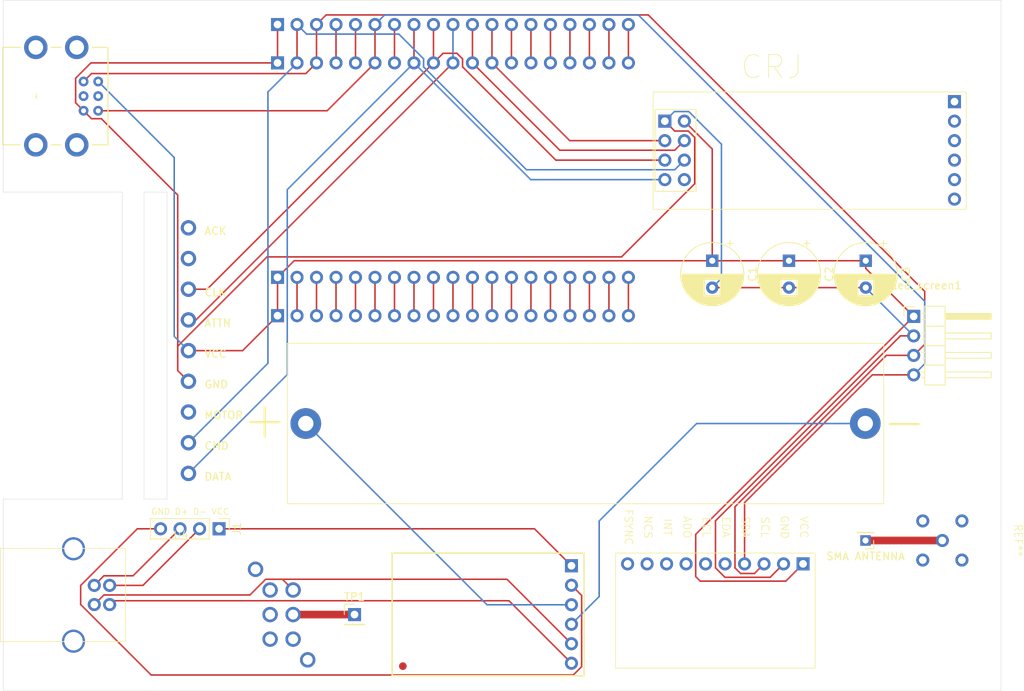
<source format=kicad_pcb>
(kicad_pcb (version 20240108) (generator "pcbnew") (generator_version "8.0")
  (layers (0 "F.Cu" signal) (31 "B.Cu" signal) (34 "B.Paste" user) (35 "F.Paste" user) (36 "B.SilkS" user "B.Silkscreen") (37 "F.SilkS" user "F.Silkscreen") (38 "B.Mask" user) (39 "F.Mask" user) (44 "Edge.Cuts" user))
  (net 0 "")
  (net 1 "unconnected-(ESP32-WROOM-32U1-GND-Pad26)")
  (net 2 "Net-(ESP32-WROOM-32U1-SS{slash}5)")
  (net 3 "unconnected-(ESP32-WROOM-32U1-VP-Pad3)")
  (net 4 "unconnected-(ESP32-WROOM-32U1-VN-Pad4)")
  (net 5 "unconnected-(ESP32-WROOM-32U1-0-Pad33)")
  (net 6 "Net-(ESP32-WROOM-32U1-SCK{slash}18)")
  (net 7 "unconnected-(ESP32-WROOM-32U1-35-Pad6)")
  (net 8 "unconnected-(ESP32-WROOM-32U1-D2-Pad16)")
  (net 9 "Net-(ESP32-WROOM-32U1-SCL{slash}22)")
  (net 10 "Net-(ESP32-WROOM-32U1-MISO{slash}19)")
  (net 11 "unconnected-(ESP32-WROOM-32U1-5V-Pad19)")
  (net 12 "unconnected-(ESP32-WROOM-32U1-CLK-Pad38)")
  (net 13 "unconnected-(ESP32-WROOM-32U1-27-Pad11)")
  (net 14 "unconnected-(ESP32-WROOM-32U1-34-Pad5)")
  (net 15 "unconnected-(ESP32-WROOM-32U1-2-Pad34)")
  (net 16 "unconnected-(ESP32-WROOM-32U1-D1-Pad36)")
  (net 17 "unconnected-(ESP32-WROOM-32U1-CMD-Pad18)")
  (net 18 "unconnected-(ESP32-WROOM-32U1-GND-Pad14)")
  (net 19 "unconnected-(ESP32-WROOM-32U1-TX-Pad23)")
  (net 20 "unconnected-(ESP32-WROOM-32U1-EN-Pad2)")
  (net 21 "unconnected-(ESP32-WROOM-32U1-12-Pad13)")
  (net 22 "unconnected-(ESP32-WROOM-32U1-4-Pad32)")
  (net 23 "unconnected-(ESP32-WROOM-32U1-D0-Pad37)")
  (net 24 "Net-(ESP32-WROOM-32U1-SDA{slash}21)")
  (net 25 "unconnected-(ESP32-WROOM-32U1-15-Pad35)")
  (net 26 "unconnected-(ESP32-WROOM-32U1-14-Pad12)")
  (net 27 "Net-(MPU1-GND)")
  (net 28 "unconnected-(ESP32-WROOM-32U1-RX-Pad24)")
  (net 29 "unconnected-(ESP32-WROOM-32U1-32-Pad7)")
  (net 30 "Net-(ESP32-WROOM-32U1-3.3v)")
  (net 31 "unconnected-(ESP32-WROOM-32U1-D3-Pad17)")
  (net 32 "unconnected-(ESP32-WROOM-32U1-33-Pad8)")
  (net 33 "Net-(ESP32-WROOM-32U1-MOSI{slash}23)")
  (net 34 "unconnected-(ESP32-WROOM-32U1-13-Pad15)")
  (net 35 "Net-(J1-D+)")
  (net 36 "Net-(J1-VBUS)")
  (net 37 "Net-(J1-GND)")
  (net 38 "Net-(J1-D-)")
  (net 51 "Net-(U3-GND_IN)")
  (net 52 "Net-(U3-VIN)")
  (net 53 "Net-(U3-BAT_POSITIVE)")
  (net 54 "Net-(U3-BAT_GND)")
  (net 57 "Net-(U3-ON{slash}OFF)")
  (net 60 "unconnected-(ESP32-WROOM-32U1-26-Pad10)")
  (net 61 "Net-(ESP32-WROOM-32U1-17)")
  (net 62 "Net-(ESP32-WROOM-32U1-16)")
  (net 63 "unconnected-(ESP32-WROOM-32U1-25-Pad9)")
  (footprint "Footprints_cez:Switch A03 PS-22F03" (layer "F.Cu") (at 135.303 116.103)
    (property "Reference" "U6" (hide yes))
    (property "Value" "~" (hide yes))
    (pad "" thru_hole circle (at -3.297 6.775) (size 2 2) (drill 1.3) (layers "*.Cu" "*.Mask"))
    (pad "" thru_hole circle (at 3.503 18.575) (size 2 2) (drill 1.3) (layers "*.Cu" "*.Mask"))
    (pad "1" thru_hole circle (at -1.397 9.475) (size 2 2) (drill 1.3) (layers "*.Cu" "*.Mask"))
    (pad "2" thru_hole circle (at 1.603 9.475) (size 2 2) (drill 1.3) (layers "*.Cu" "*.Mask") (net 51 "Net-(U3-GND_IN)"))
    (pad "3" thru_hole circle (at -1.397 12.675) (size 2 2) (drill 1.3) (layers "*.Cu" "*.Mask"))
    (pad "4" thru_hole circle (at 1.603 12.675) (size 2 2) (drill 1.3) (layers "*.Cu" "*.Mask") (net 57 "Net-(U3-ON{slash}OFF)"))
    (pad "5" thru_hole circle (at -1.397 15.875) (size 2 2) (drill 1.3) (layers "*.Cu" "*.Mask"))
    (pad "6" thru_hole circle (at 1.603 15.875) (size 2 2) (drill 1.3) (layers "*.Cu" "*.Mask"))
  )
  (footprint "Connector_PinHeader_2.54mm:PinHeader_1x04_P2.54mm_Horizontal" (layer "F.Cu") (at 217.7645 89.926)
    (property "Reference" "Oled_screen1" (at 1.283 -4.0365 0) (layer "F.SilkS"))
    (property "Value" "~")
    (pad "1" thru_hole rect (at 0 0) (size 1.7 1.7) (drill 1) (layers "*.Cu" "*.Mask") (net 30 "Net-(ESP32-WROOM-32U1-3.3v)"))
    (pad "2" thru_hole oval (at 0 2.54) (size 1.7 1.7) (drill 1) (layers "*.Cu" "*.Mask") (net 27 "Net-(MPU1-GND)"))
    (pad "3" thru_hole oval (at 0 5.08) (size 1.7 1.7) (drill 1) (layers "*.Cu" "*.Mask") (net 9 "Net-(ESP32-WROOM-32U1-SCL{slash}22)"))
    (pad "4" thru_hole oval (at 0 7.62) (size 1.7 1.7) (drill 1) (layers "*.Cu" "*.Mask") (net 24 "Net-(ESP32-WROOM-32U1-SDA{slash}21)"))
  )
  (footprint "Footprints_cez:Playstation 2 controller 90 degree" (layer "F.Cu") (at 127.7115 91.070625)
    (property "Reference" "U2" (hide yes))
    (property "Value" "~")
    (fp_line (start -13.08 -17.344625) (end -28.572 -17.344625) (stroke (width 0.05)) (layer "Edge.Cuts"))
    (fp_line (start -13.08 -17.344625) (end -13.08 22.655375) (stroke (width 0.05)) (layer "Edge.Cuts"))
    (fp_line (start -13.08 22.655375) (end -28.572 22.655375) (stroke (width 0.05)) (layer "Edge.Cuts"))
    (fp_rect (start -10.238 -17.344625) (end -7.238 22.655375) (stroke (width 0.05)) (fill none) (layer "Edge.Cuts"))
    (fp_text user "CMD" (at -2.444 16.317 0) (layer "F.SilkS") (effects (justify left bottom)))
    (fp_text user "ACK" (at -2.444 -11.683 0) (layer "F.SilkS") (effects (justify left bottom)))
    (fp_text user "DATA" (at -2.444 20.317 0) (layer "F.SilkS") (effects (justify left bottom)))
    (fp_text user "VCC" (at -2.444 4.317 0) (layer "F.SilkS") (effects (justify left bottom)))
    (fp_text user "MOTOR" (at -2.444 12.317 0) (layer "F.SilkS") (effects (justify left bottom)))
    (fp_text user "GND" (at -2.444 8.317 0) (layer "F.SilkS") (effects (justify left bottom)))
    (fp_text user "CLK" (at -2.444 -3.683 0) (layer "F.SilkS") (effects (justify left bottom)))
    (fp_text user "ATTN" (at -2.444 0.317 0) (layer "F.SilkS") (effects (justify left bottom)))
    (pad "1" thru_hole circle (at -4.444 19.317) (size 2 2) (drill 1.2) (layers "*.Cu" "*.Mask") (net 10 "Net-(ESP32-WROOM-32U1-MISO{slash}19)"))
    (pad "2" thru_hole circle (at -4.444 15.317) (size 2 2) (drill 1.2) (layers "*.Cu" "*.Mask") (net 33 "Net-(ESP32-WROOM-32U1-MOSI{slash}23)"))
    (pad "3" thru_hole circle (at -4.444 11.317) (size 2 2) (drill 1.2) (layers "*.Cu" "*.Mask"))
    (pad "4" thru_hole circle (at -4.444 7.317) (size 2 2) (drill 1.2) (layers "*.Cu" "*.Mask") (net 27 "Net-(MPU1-GND)"))
    (pad "5" thru_hole circle (at -4.444 3.317) (size 2 2) (drill 1.2) (layers "*.Cu" "*.Mask") (net 30 "Net-(ESP32-WROOM-32U1-3.3v)"))
    (pad "6" thru_hole circle (at -4.444 -0.683) (size 2 2) (drill 1.2) (layers "*.Cu" "*.Mask") (net 2 "Net-(ESP32-WROOM-32U1-SS{slash}5)"))
    (pad "7" thru_hole circle (at -4.444 -4.683) (size 2 2) (drill 1.2) (layers "*.Cu" "*.Mask") (net 6 "Net-(ESP32-WROOM-32U1-SCK{slash}18)"))
    (pad "8" thru_hole circle (at -4.444 -8.683) (size 2 2) (drill 1.2) (layers "*.Cu" "*.Mask"))
    (pad "9" thru_hole circle (at -4.444 -12.683) (size 2 2) (drill 1.2) (layers "*.Cu" "*.Mask"))
  )
  (footprint "MountingHole:MountingHole_3.2mm_M3" (layer "F.Cu") (at 222.25 53.975)
    (property "Reference" "REF**" (hide yes))
    (property "Value" "MountingHole_3.2mm_M3")
    (pad "" np_thru_hole circle (at 0 0) (size 3.2 3.2) (drill 3.2) (layers "F&B.Cu" "*.Mask"))
  )
  (footprint "Footprints_cez:MH-CD42" (layer "F.Cu") (at 161.744 114.2905)
    (property "Reference" "U3" (hide yes))
    (property "Value" "~" (hide yes))
    (pad "1" thru_hole rect (at 11.43 8.129) (size 1.7 1.7) (drill 1) (layers "*.Cu" "*.Mask") (net 36 "Net-(J1-VBUS)"))
    (pad "2" thru_hole oval (at 11.43 10.669) (size 1.7 1.7) (drill 1) (layers "*.Cu" "*.Mask") (net 37 "Net-(J1-GND)"))
    (pad "3" thru_hole oval (at 11.43 13.209) (size 1.7 1.7) (drill 1) (layers "*.Cu" "*.Mask") (net 53 "Net-(U3-BAT_POSITIVE)"))
    (pad "4" thru_hole oval (at 11.43 15.749) (size 1.7 1.7) (drill 1) (layers "*.Cu" "*.Mask") (net 54 "Net-(U3-BAT_GND)"))
    (pad "5" thru_hole oval (at 11.43 18.289) (size 1.7 1.7) (drill 1) (layers "*.Cu" "*.Mask") (net 51 "Net-(U3-GND_IN)"))
    (pad "6" thru_hole oval (at 11.43 20.829) (size 1.7 1.7) (drill 1) (layers "*.Cu" "*.Mask") (net 52 "Net-(U3-VIN)"))
    (pad "7" smd oval (at -10.541 21.209) (size 1 1) (layers "F.Cu" "F.Paste" "F.Mask") (net 57 "Net-(U3-ON{slash}OFF)"))
  )
  (footprint "Capacitor_THT:CP_Radial_D8.0mm_P3.50mm" (layer "F.Cu") (at 191.516 82.675349 -90)
    (property "Reference" "C1" (at 1.75 -5.25 90) (layer "F.SilkS"))
    (property "Value" "CP_Axial_L10.0mm_D4.5mm_P15.00mm")
    (pad "1" thru_hole rect (at 0 0 270) (size 1.6 1.6) (drill 0.8) (layers "*.Cu" "*.Mask") (net 30 "Net-(ESP32-WROOM-32U1-3.3v)"))
    (pad "2" thru_hole circle (at 3.5 0 270) (size 1.6 1.6) (drill 0.8) (layers "*.Cu" "*.Mask") (net 27 "Net-(MPU1-GND)"))
  )
  (footprint "Footprints_cez:USB-B" (layer "F.Cu") (at 124.333 126.078 -90)
    (property "Reference" "U4" (at -7.665 2.0445 0) (layer "F.SilkS") (effects (font (thickness 0.1))))
    (property "Value" "~")
    (pad "" thru_hole circle (at -5.872 16.045 270) (size 3 3) (drill 2.4) (layers "*.Cu" "*.Mask"))
    (pad "" thru_hole circle (at 6.168 16.045 270) (size 3 3) (drill 2.4) (layers "*.Cu" "*.Mask"))
    (pad "1" thru_hole circle (at -1.102 11.335 270) (size 1.7 1.7) (drill 1) (layers "*.Cu" "*.Mask") (net 38 "Net-(J1-D-)"))
    (pad "2" thru_hole circle (at -1.102 13.335 270) (size 1.7 1.7) (drill 1) (layers "*.Cu" "*.Mask") (net 35 "Net-(J1-D+)"))
    (pad "3" thru_hole circle (at 1.398 13.335 270) (size 1.7 1.7) (drill 1) (layers "*.Cu" "*.Mask") (net 51 "Net-(U3-GND_IN)"))
    (pad "4" thru_hole circle (at 1.398 11.335 270) (size 1.7 1.7) (drill 1) (layers "*.Cu" "*.Mask") (net 52 "Net-(U3-VIN)"))
  )
  (footprint "Footprints_cez:SMA Connector" (layer "F.Cu") (at 230.885 119.116 -90)
    (property "Reference" "REF**" (at 0 -0.5 -90) (layer "F.SilkS") (effects (font (thickness 0.1))))
    (property "Value" "SMA Connector")
    (pad "" thru_hole circle (at -2.54 6.838 270) (size 1.7 1.7) (drill 1) (layers "*.Cu" "*.Mask"))
    (pad "" thru_hole circle (at -2.54 11.938 270) (size 1.7 1.7) (drill 1) (layers "*.Cu" "*.Mask"))
    (pad "" thru_hole circle (at 2.56 6.838 270) (size 1.7 1.7) (drill 1) (layers "*.Cu" "*.Mask"))
    (pad "" thru_hole circle (at 2.56 11.938 270) (size 1.7 1.7) (drill 1) (layers "*.Cu" "*.Mask"))
    (pad "1" thru_hole circle (at 0.01 9.388 270) (size 1.7 1.7) (drill 1) (layers "*.Cu" "*.Mask"))
  )
  (footprint "Footprints_cez:nRF24L01_big" (layer "F.Cu") (at 185.34 64.486)
    (property "Reference" "NRF1" (hide yes))
    (property "Value" "NRF24L01_Big" (hide yes))
    (pad "" thru_hole rect (at 37.738 -2.54) (size 1.7 1.7) (drill 1) (layers "*.Cu" "*.Mask"))
    (pad "" thru_hole oval (at 37.738 0) (size 1.7 1.7) (drill 1) (layers "*.Cu" "*.Mask"))
    (pad "" thru_hole oval (at 37.738 2.54) (size 1.7 1.7) (drill 1) (layers "*.Cu" "*.Mask"))
    (pad "" thru_hole oval (at 37.738 5.08) (size 1.7 1.7) (drill 1) (layers "*.Cu" "*.Mask"))
    (pad "" thru_hole oval (at 37.738 7.62) (size 1.7 1.7) (drill 1) (layers "*.Cu" "*.Mask"))
    (pad "" thru_hole oval (at 37.738 10.16) (size 1.7 1.7) (drill 1) (layers "*.Cu" "*.Mask"))
    (pad "1" thru_hole rect (at 0 0) (size 1.7 1.7) (drill 1) (layers "*.Cu" "*.Mask") (net 27 "Net-(MPU1-GND)"))
    (pad "2" thru_hole circle (at 2.54 0) (size 1.7 1.7) (drill 1) (layers "*.Cu" "*.Mask") (net 30 "Net-(ESP32-WROOM-32U1-3.3v)"))
    (pad "3" thru_hole circle (at 0 2.54) (size 1.7 1.7) (drill 1) (layers "*.Cu" "*.Mask") (net 62 "Net-(ESP32-WROOM-32U1-16)"))
    (pad "4" thru_hole circle (at 2.54 2.54) (size 1.7 1.7) (drill 1) (layers "*.Cu" "*.Mask") (net 61 "Net-(ESP32-WROOM-32U1-17)"))
    (pad "5" thru_hole circle (at 0 5.08) (size 1.7 1.7) (drill 1) (layers "*.Cu" "*.Mask") (net 6 "Net-(ESP32-WROOM-32U1-SCK{slash}18)"))
    (pad "6" thru_hole circle (at 2.54 5.08) (size 1.7 1.7) (drill 1) (layers "*.Cu" "*.Mask") (net 33 "Net-(ESP32-WROOM-32U1-MOSI{slash}23)"))
    (pad "7" thru_hole circle (at 0 7.62) (size 1.7 1.7) (drill 1) (layers "*.Cu" "*.Mask") (net 10 "Net-(ESP32-WROOM-32U1-MISO{slash}19)"))
    (pad "8" thru_hole circle (at 2.54 7.62) (size 1.7 1.7) (drill 1) (layers "*.Cu" "*.Mask"))
  )
  (footprint "MountingHole:MountingHole_3.2mm_M3" (layer "F.Cu") (at 222.25 133.477)
    (property "Reference" "REF**" (hide yes))
    (property "Value" "MountingHole_3.2mm_M3")
    (pad "" np_thru_hole circle (at 0 0) (size 3.2 3.2) (drill 3.2) (layers "*.Cu" "*.Mask"))
  )
  (footprint "Connector_PinHeader_2.54mm:PinHeader_1x04_P2.54mm_Vertical" (layer "F.Cu") (at 127.254 117.602 -90)
    (property "Reference" "J1" (at 0 -2.33 90) (layer "F.SilkS"))
    (property "Value" "USB_B")
    (pad "1" thru_hole rect (at 0 0 270) (size 1.7 1.7) (drill 1) (layers "*.Cu" "*.Mask") (net 36 "Net-(J1-VBUS)"))
    (pad "2" thru_hole oval (at 0 2.54 270) (size 1.7 1.7) (drill 1) (layers "*.Cu" "*.Mask") (net 38 "Net-(J1-D-)"))
    (pad "3" thru_hole oval (at 0 5.08 270) (size 1.7 1.7) (drill 1) (layers "*.Cu" "*.Mask") (net 35 "Net-(J1-D+)"))
    (pad "4" thru_hole oval (at 0 7.62 270) (size 1.7 1.7) (drill 1) (layers "*.Cu" "*.Mask") (net 37 "Net-(J1-GND)"))
  )
  (footprint "Capacitor_THT:CP_Radial_D8.0mm_P3.50mm" (layer "F.Cu") (at 201.516 82.675349 -90)
    (property "Reference" "C2" (at 1.75 -5.25 90) (layer "F.SilkS"))
    (property "Value" "CP_Axial_L10.0mm_D4.5mm_P15.00mm")
    (pad "1" thru_hole rect (at 0 0 270) (size 1.6 1.6) (drill 0.8) (layers "*.Cu" "*.Mask") (net 30 "Net-(ESP32-WROOM-32U1-3.3v)"))
    (pad "2" thru_hole circle (at 3.5 0 270) (size 1.6 1.6) (drill 0.8) (layers "*.Cu" "*.Mask") (net 27 "Net-(MPU1-GND)"))
  )
  (footprint "Connector_PinHeader_2.00mm:PinHeader_1x01_P2.00mm_Vertical" (layer "F.Cu") (at 211.488 119.126 180)
    (property "Reference" "SMA ANTENNA" (at 0 -2.06 0) (layer "F.SilkS"))
    (property "Value" "PinHeader_1x01_P2.00mm_Vertical" (hide yes))
    (pad "1" thru_hole rect (at 0 0 180) (size 1.35 1.35) (drill 0.8) (layers "*.Cu" "*.Mask"))
  )
  (footprint "Footprints_cez:BH-18650-PC2" (layer "F.Cu") (at 144.906 96.07325)
    (property "Reference" "U5" (hide yes))
    (property "Value" "~")
    (fp_text user "+" (at -14.986 10.16 0) (layer "F.SilkS") (effects (font (size 5 5) (thickness 0.3)) (justify left bottom)))
    (fp_text user "-" (at 68.326 10.414 0) (layer "F.SilkS") (effects (font (size 5 5) (thickness 0.3)) (justify left bottom)))
    (pad "1" thru_hole circle (at -6.35 7.81275) (size 4 4) (drill 2) (layers "*.Cu" "*.Mask") (net 53 "Net-(U3-BAT_POSITIVE)"))
    (pad "2" thru_hole circle (at 66.55 7.81275) (size 4 4) (drill 2) (layers "*.Cu" "*.Mask") (net 54 "Net-(U3-BAT_GND)"))
  )
  (footprint "Footprints_cez:MPU6500" (layer "F.Cu") (at 209.496 127.412857 -90)
    (property "Reference" "MPU1" (hide yes))
    (property "Value" "~" (hide yes))
    (fp_text user "EDA" (at -11.469809 16.764 -90) (layer "F.SilkS") (effects (font (thickness 0.1)) (justify left bottom)))
    (fp_text user "SDA" (at -11.493619 14.224 -90) (layer "F.SilkS") (effects (font (thickness 0.1)) (justify left bottom)))
    (fp_text user "VCC" (at -11.517428 6.604 -90) (layer "F.SilkS") (effects (font (thickness 0.1)) (justify left bottom)))
    (fp_text user "FSYNC" (at -12.446 29.464 -90) (layer "F.SilkS") (effects (font (thickness 0.1)) (justify left bottom)))
    (fp_text user "INT" (at -11.231714 24.384 -90) (layer "F.SilkS") (effects (font (thickness 0.1)) (justify left bottom)))
    (fp_text user "GND" (at -11.612666 9.144 -90) (layer "F.SilkS") (effects (font (thickness 0.1)) (justify left bottom)))
    (fp_text user "NCS" (at -11.588857 26.924 -90) (layer "F.SilkS") (effects (font (thickness 0.1)) (justify left bottom)))
    (fp_text user "ADO" (at -11.541238 21.844 -90) (layer "F.SilkS") (effects (font (thickness 0.1)) (justify left bottom)))
    (fp_text user "ECL" (at -11.446 19.304 -90) (layer "F.SilkS") (effects (font (thickness 0.1)) (justify left bottom)))
    (fp_text user "SCL" (at -11.469809 11.684 -90) (layer "F.SilkS") (effects (font (thickness 0.1)) (justify left bottom)))
    (pad "" np_thru_hole circle (at 6.699143 6.604 270) (size 2.7 2.7) (drill 2.7) (layers "F&B.Cu" "*.Mask"))
    (pad "" np_thru_hole circle (at 6.699143 28.448 270) (size 2.7 2.7) (drill 2.7) (layers "F&B.Cu" "*.Mask"))
    (pad "1" thru_hole rect (at -5.238857 6.147 270) (size 1.7 1.7) (drill 1) (layers "*.Cu" "*.Mask") (net 30 "Net-(ESP32-WROOM-32U1-3.3v)"))
    (pad "2" thru_hole oval (at -5.238857 8.687 270) (size 1.7 1.7) (drill 1) (layers "*.Cu" "*.Mask") (net 27 "Net-(MPU1-GND)"))
    (pad "3" thru_hole oval (at -5.238857 11.227 270) (size 1.7 1.7) (drill 1) (layers "*.Cu" "*.Mask") (net 9 "Net-(ESP32-WROOM-32U1-SCL{slash}22)"))
    (pad "4" thru_hole oval (at -5.238857 13.767 270) (size 1.7 1.7) (drill 1) (layers "*.Cu" "*.Mask") (net 24 "Net-(ESP32-WROOM-32U1-SDA{slash}21)"))
    (pad "5" thru_hole oval (at -5.238857 16.307 270) (size 1.7 1.7) (drill 1) (layers "*.Cu" "*.Mask"))
    (pad "6" thru_hole oval (at -5.238857 18.847 270) (size 1.7 1.7) (drill 1) (layers "*.Cu" "*.Mask"))
    (pad "7" thru_hole oval (at -5.238857 21.387 270) (size 1.7 1.7) (drill 1) (layers "*.Cu" "*.Mask"))
    (pad "8" thru_hole oval (at -5.238857 23.927 270) (size 1.7 1.7) (drill 1) (layers "*.Cu" "*.Mask"))
    (pad "9" thru_hole oval (at -5.238857 26.467 270) (size 1.7 1.7) (drill 1) (layers "*.Cu" "*.Mask"))
    (pad "10" thru_hole oval (at -5.238857 29.007 270) (size 1.7 1.7) (drill 1) (layers "*.Cu" "*.Mask"))
  )
  (footprint "Capacitor_THT:CP_Radial_D8.0mm_P3.50mm" (layer "F.Cu") (at 211.516 82.675349 -90)
    (property "Reference" "C3" (at 1.75 -5.25 90) (layer "F.SilkS"))
    (property "Value" "CP_Axial_L10.0mm_D4.5mm_P15.00mm")
    (pad "1" thru_hole rect (at 0 0 270) (size 1.6 1.6) (drill 0.8) (layers "*.Cu" "*.Mask") (net 30 "Net-(ESP32-WROOM-32U1-3.3v)"))
    (pad "2" thru_hole circle (at 3.5 0 270) (size 1.6 1.6) (drill 0.8) (layers "*.Cu" "*.Mask") (net 27 "Net-(MPU1-GND)"))
  )
  (footprint "Footprints_cez:esp32-wroom-32u" (layer "F.Cu") (at 147.056 72.136 90)
    (property "Reference" "ESP32-WROOM-32U1" (hide yes))
    (property "Value" "~" (hide yes))
    (pad "1" thru_hole rect (at -17.7 -12.182 90) (size 1.7 1.7) (drill 1) (layers "*.Cu" "*.Mask") (net 30 "Net-(ESP32-WROOM-32U1-3.3v)"))
    (pad "1" thru_hole rect (at -12.7 -12.182 90) (size 1.7 1.7) (drill 1) (layers "*.Cu" "*.Mask") (net 30 "Net-(ESP32-WROOM-32U1-3.3v)"))
    (pad "2" thru_hole oval (at -17.7 -9.642 90) (size 1.7 1.7) (drill 1) (layers "*.Cu" "*.Mask") (net 20 "unconnected-(ESP32-WROOM-32U1-EN-Pad2)"))
    (pad "2" thru_hole oval (at -12.7 -9.642 90) (size 1.7 1.7) (drill 1) (layers "*.Cu" "*.Mask") (net 20 "unconnected-(ESP32-WROOM-32U1-EN-Pad2)"))
    (pad "3" thru_hole oval (at -17.7 -7.102 90) (size 1.7 1.7) (drill 1) (layers "*.Cu" "*.Mask") (net 3 "unconnected-(ESP32-WROOM-32U1-VP-Pad3)"))
    (pad "3" thru_hole oval (at -12.7 -7.102 90) (size 1.7 1.7) (drill 1) (layers "*.Cu" "*.Mask") (net 3 "unconnected-(ESP32-WROOM-32U1-VP-Pad3)"))
    (pad "4" thru_hole oval (at -17.7 -4.562 90) (size 1.7 1.7) (drill 1) (layers "*.Cu" "*.Mask") (net 4 "unconnected-(ESP32-WROOM-32U1-VN-Pad4)"))
    (pad "4" thru_hole oval (at -12.7 -4.562 90) (size 1.7 1.7) (drill 1) (layers "*.Cu" "*.Mask") (net 4 "unconnected-(ESP32-WROOM-32U1-VN-Pad4)"))
    (pad "5" thru_hole oval (at -17.7 -2.022 90) (size 1.7 1.7) (drill 1) (layers "*.Cu" "*.Mask") (net 14 "unconnected-(ESP32-WROOM-32U1-34-Pad5)"))
    (pad "5" thru_hole oval (at -12.7 -2.022 90) (size 1.7 1.7) (drill 1) (layers "*.Cu" "*.Mask") (net 14 "unconnected-(ESP32-WROOM-32U1-34-Pad5)"))
    (pad "6" thru_hole oval (at -17.7 0.518 90) (size 1.7 1.7) (drill 1) (layers "*.Cu" "*.Mask") (net 7 "unconnected-(ESP32-WROOM-32U1-35-Pad6)"))
    (pad "6" thru_hole oval (at -12.7 0.518 90) (size 1.7 1.7) (drill 1) (layers "*.Cu" "*.Mask") (net 7 "unconnected-(ESP32-WROOM-32U1-35-Pad6)"))
    (pad "7" thru_hole oval (at -17.7 3.058 90) (size 1.7 1.7) (drill 1) (layers "*.Cu" "*.Mask") (net 29 "unconnected-(ESP32-WROOM-32U1-32-Pad7)"))
    (pad "7" thru_hole oval (at -12.7 3.058 90) (size 1.7 1.7) (drill 1) (layers "*.Cu" "*.Mask") (net 29 "unconnected-(ESP32-WROOM-32U1-32-Pad7)"))
    (pad "8" thru_hole oval (at -17.7 5.598 90) (size 1.7 1.7) (drill 1) (layers "*.Cu" "*.Mask") (net 32 "unconnected-(ESP32-WROOM-32U1-33-Pad8)"))
    (pad "8" thru_hole oval (at -12.7 5.598 90) (size 1.7 1.7) (drill 1) (layers "*.Cu" "*.Mask") (net 32 "unconnected-(ESP32-WROOM-32U1-33-Pad8)"))
    (pad "9" thru_hole oval (at -17.7 8.138 90) (size 1.7 1.7) (drill 1) (layers "*.Cu" "*.Mask") (net 63 "unconnected-(ESP32-WROOM-32U1-25-Pad9)"))
    (pad "9" thru_hole oval (at -12.7 8.138 90) (size 1.7 1.7) (drill 1) (layers "*.Cu" "*.Mask") (net 63 "unconnected-(ESP32-WROOM-32U1-25-Pad9)"))
    (pad "10" thru_hole oval (at -17.7 10.678 90) (size 1.7 1.7) (drill 1) (layers "*.Cu" "*.Mask") (net 60 "unconnected-(ESP32-WROOM-32U1-26-Pad10)"))
    (pad "10" thru_hole oval (at -12.7 10.678 90) (size 1.7 1.7) (drill 1) (layers "*.Cu" "*.Mask") (net 60 "unconnected-(ESP32-WROOM-32U1-26-Pad10)"))
    (pad "11" thru_hole oval (at -17.7 13.218 90) (size 1.7 1.7) (drill 1) (layers "*.Cu" "*.Mask") (net 13 "unconnected-(ESP32-WROOM-32U1-27-Pad11)"))
    (pad "11" thru_hole oval (at -12.7 13.218 90) (size 1.7 1.7) (drill 1) (layers "*.Cu" "*.Mask") (net 13 "unconnected-(ESP32-WROOM-32U1-27-Pad11)"))
    (pad "12" thru_hole oval (at -17.7 15.758 90) (size 1.7 1.7) (drill 1) (layers "*.Cu" "*.Mask") (net 26 "unconnected-(ESP32-WROOM-32U1-14-Pad12)"))
    (pad "12" thru_hole oval (at -12.7 15.758 90) (size 1.7 1.7) (drill 1) (layers "*.Cu" "*.Mask") (net 26 "unconnected-(ESP32-WROOM-32U1-14-Pad12)"))
    (pad "13" thru_hole oval (at -17.7 18.298 90) (size 1.7 1.7) (drill 1) (layers "*.Cu" "*.Mask") (net 21 "unconnected-(ESP32-WROOM-32U1-12-Pad13)"))
    (pad "13" thru_hole oval (at -12.7 18.298 90) (size 1.7 1.7) (drill 1) (layers "*.Cu" "*.Mask") (net 21 "unconnected-(ESP32-WROOM-32U1-12-Pad13)"))
    (pad "14" thru_hole oval (at -17.7 20.838 90) (size 1.7 1.7) (drill 1) (layers "*.Cu" "*.Mask") (net 18 "unconnected-(ESP32-WROOM-32U1-GND-Pad14)"))
    (pad "14" thru_hole oval (at -12.7 20.838 90) (size 1.7 1.7) (drill 1) (layers "*.Cu" "*.Mask") (net 18 "unconnected-(ESP32-WROOM-32U1-GND-Pad14)"))
    (pad "15" thru_hole oval (at -17.7 23.378 90) (size 1.7 1.7) (drill 1) (layers "*.Cu" "*.Mask") (net 34 "unconnected-(ESP32-WROOM-32U1-13-Pad15)"))
    (pad "15" thru_hole oval (at -12.7 23.378 90) (size 1.7 1.7) (drill 1) (layers "*.Cu" "*.Mask") (net 34 "unconnected-(ESP32-WROOM-32U1-13-Pad15)"))
    (pad "16" thru_hole oval (at -17.7 25.918 90) (size 1.7 1.7) (drill 1) (layers "*.Cu" "*.Mask") (net 8 "unconnected-(ESP32-WROOM-32U1-D2-Pad16)"))
    (pad "16" thru_hole oval (at -12.7 25.918 90) (size 1.7 1.7) (drill 1) (layers "*.Cu" "*.Mask") (net 8 "unconnected-(ESP32-WROOM-32U1-D2-Pad16)"))
    (pad "17" thru_hole oval (at -17.7 28.458 90) (size 1.7 1.7) (drill 1) (layers "*.Cu" "*.Mask") (net 31 "unconnected-(ESP32-WROOM-32U1-D3-Pad17)"))
    (pad "17" thru_hole oval (at -12.7 28.458 90) (size 1.7 1.7) (drill 1) (layers "*.Cu" "*.Mask") (net 31 "unconnected-(ESP32-WROOM-32U1-D3-Pad17)"))
    (pad "18" thru_hole oval (at -17.7 30.998 90) (size 1.7 1.7) (drill 1) (layers "*.Cu" "*.Mask") (net 17 "unconnected-(ESP32-WROOM-32U1-CMD-Pad18)"))
    (pad "18" thru_hole oval (at -12.7 30.998 90) (size 1.7 1.7) (drill 1) (layers "*.Cu" "*.Mask") (net 17 "unconnected-(ESP32-WROOM-32U1-CMD-Pad18)"))
    (pad "19" thru_hole oval (at -17.7 33.538 90) (size 1.7 1.7) (drill 1) (layers "*.Cu" "*.Mask") (net 11 "unconnected-(ESP32-WROOM-32U1-5V-Pad19)"))
    (pad "19" thru_hole oval (at -12.7 33.538 90) (size 1.7 1.7) (drill 1) (layers "*.Cu" "*.Mask") (net 11 "unconnected-(ESP32-WROOM-32U1-5V-Pad19)"))
    (pad "20" thru_hole rect (at 15.24 -12.182 90) (size 1.7 1.7) (drill 1) (layers "*.Cu" "*.Mask") (net 27 "Net-(MPU1-GND)"))
    (pad "20" thru_hole rect (at 20.24 -12.182 90) (size 1.7 1.7) (drill 1) (layers "*.Cu" "*.Mask") (net 27 "Net-(MPU1-GND)"))
    (pad "21" thru_hole oval (at 15.24 -9.642 90) (size 1.7 1.7) (drill 1) (layers "*.Cu" "*.Mask") (net 33 "Net-(ESP32-WROOM-32U1-MOSI{slash}23)"))
    (pad "21" thru_hole oval (at 20.24 -9.642 90) (size 1.7 1.7) (drill 1) (layers "*.Cu" "*.Mask") (net 33 "Net-(ESP32-WROOM-32U1-MOSI{slash}23)"))
    (pad "22" thru_hole oval (at 15.24 -7.102 90) (size 1.7 1.7) (drill 1) (layers "*.Cu" "*.Mask") (net 9 "Net-(ESP32-WROOM-32U1-SCL{slash}22)"))
    (pad "22" thru_hole oval (at 20.24 -7.102 90) (size 1.7 1.7) (drill 1) (layers "*.Cu" "*.Mask") (net 9 "Net-(ESP32-WROOM-32U1-SCL{slash}22)"))
    (pad "23" thru_hole oval (at 15.24 -4.562 90) (size 1.7 1.7) (drill 1) (layers "*.Cu" "*.Mask") (net 19 "unconnected-(ESP32-WROOM-32U1-TX-Pad23)"))
    (pad "23" thru_hole oval (at 20.24 -4.562 90) (size 1.7 1.7) (drill 1) (layers "*.Cu" "*.Mask") (net 19 "unconnected-(ESP32-WROOM-32U1-TX-Pad23)"))
    (pad "24" thru_hole oval (at 15.24 -2.022 90) (size 1.7 1.7) (drill 1) (layers "*.Cu" "*.Mask") (net 28 "unconnected-(ESP32-WROOM-32U1-RX-Pad24)"))
    (pad "24" thru_hole oval (at 20.24 -2.022 90) (size 1.7 1.7) (drill 1) (layers "*.Cu" "*.Mask") (net 28 "unconnected-(ESP32-WROOM-32U1-RX-Pad24)"))
    (pad "25" thru_hole oval (at 15.24 0.518 90) (size 1.7 1.7) (drill 1) (layers "*.Cu" "*.Mask") (net 24 "Net-(ESP32-WROOM-32U1-SDA{slash}21)"))
    (pad "25" thru_hole oval (at 20.24 0.518 90) (size 1.7 1.7) (drill 1) (layers "*.Cu" "*.Mask") (net 24 "Net-(ESP32-WROOM-32U1-SDA{slash}21)"))
    (pad "26" thru_hole oval (at 15.24 3.058 90) (size 1.7 1.7) (drill 1) (layers "*.Cu" "*.Mask") (net 1 "unconnected-(ESP32-WROOM-32U1-GND-Pad26)"))
    (pad "26" thru_hole oval (at 20.24 3.058 90) (size 1.7 1.7) (drill 1) (layers "*.Cu" "*.Mask") (net 1 "unconnected-(ESP32-WROOM-32U1-GND-Pad26)"))
    (pad "27" thru_hole oval (at 15.24 5.598 90) (size 1.7 1.7) (drill 1) (layers "*.Cu" "*.Mask") (net 10 "Net-(ESP32-WROOM-32U1-MISO{slash}19)"))
    (pad "27" thru_hole oval (at 20.24 5.598 90) (size 1.7 1.7) (drill 1) (layers "*.Cu" "*.Mask") (net 10 "Net-(ESP32-WROOM-32U1-MISO{slash}19)"))
    (pad "28" thru_hole oval (at 15.24 8.138 90) (size 1.7 1.7) (drill 1) (layers "*.Cu" "*.Mask") (net 6 "Net-(ESP32-WROOM-32U1-SCK{slash}18)"))
    (pad "28" thru_hole oval (at 20.24 8.138 90) (size 1.7 1.7) (drill 1) (layers "*.Cu" "*.Mask") (net 6 "Net-(ESP32-WROOM-32U1-SCK{slash}18)"))
    (pad "29" thru_hole oval (at 15.24 10.678 90) (size 1.7 1.7) (drill 1) (layers "*.Cu" "*.Mask") (net 2 "Net-(ESP32-WROOM-32U1-SS{slash}5)"))
    (pad "29" thru_hole oval (at 20.24 10.678 90) (size 1.7 1.7) (drill 1) (layers "*.Cu" "*.Mask") (net 2 "Net-(ESP32-WROOM-32U1-SS{slash}5)"))
    (pad "30" thru_hole oval (at 15.24 13.218 90) (size 1.7 1.7) (drill 1) (layers "*.Cu" "*.Mask") (net 61 "Net-(ESP32-WROOM-32U1-17)"))
    (pad "30" thru_hole oval (at 20.24 13.218 90) (size 1.7 1.7) (drill 1) (layers "*.Cu" "*.Mask") (net 61 "Net-(ESP32-WROOM-32U1-17)"))
    (pad "31" thru_hole oval (at 15.24 15.758 90) (size 1.7 1.7) (drill 1) (layers "*.Cu" "*.Mask") (net 62 "Net-(ESP32-WROOM-32U1-16)"))
    (pad "31" thru_hole oval (at 20.24 15.758 90) (size 1.7 1.7) (drill 1) (layers "*.Cu" "*.Mask") (net 62 "Net-(ESP32-WROOM-32U1-16)"))
    (pad "32" thru_hole oval (at 15.24 18.298 90) (size 1.7 1.7) (drill 1) (layers "*.Cu" "*.Mask") (net 22 "unconnected-(ESP32-WROOM-32U1-4-Pad32)"))
    (pad "32" thru_hole oval (at 20.24 18.298 90) (size 1.7 1.7) (drill 1) (layers "*.Cu" "*.Mask") (net 22 "unconnected-(ESP32-WROOM-32U1-4-Pad32)"))
    (pad "33" thru_hole oval (at 15.24 20.838 90) (size 1.7 1.7) (drill 1) (layers "*.Cu" "*.Mask") (net 5 "unconnected-(ESP32-WROOM-32U1-0-Pad33)"))
    (pad "33" thru_hole oval (at 20.24 20.838 90) (size 1.7 1.7) (drill 1) (layers "*.Cu" "*.Mask") (net 5 "unconnected-(ESP32-WROOM-32U1-0-Pad33)"))
    (pad "34" thru_hole oval (at 15.24 23.378 90) (size 1.7 1.7) (drill 1) (layers "*.Cu" "*.Mask") (net 15 "unconnected-(ESP32-WROOM-32U1-2-Pad34)"))
    (pad "34" thru_hole oval (at 20.24 23.378 90) (size 1.7 1.7) (drill 1) (layers "*.Cu" "*.Mask") (net 15 "unconnected-(ESP32-WROOM-32U1-2-Pad34)"))
    (pad "35" thru_hole oval (at 15.24 25.918 90) (size 1.7 1.7) (drill 1) (layers "*.Cu" "*.Mask") (net 25 "unconnected-(ESP32-WROOM-32U1-15-Pad35)"))
    (pad "35" thru_hole oval (at 20.24 25.918 90) (size 1.7 1.7) (drill 1) (layers "*.Cu" "*.Mask") (net 25 "unconnected-(ESP32-WROOM-32U1-15-Pad35)"))
    (pad "36" thru_hole oval (at 15.24 28.458 90) (size 1.7 1.7) (drill 1) (layers "*.Cu" "*.Mask") (net 16 "unconnected-(ESP32-WROOM-32U1-D1-Pad36)"))
    (pad "36" thru_hole oval (at 20.24 28.458 90) (size 1.7 1.7) (drill 1) (layers "*.Cu" "*.Mask") (net 16 "unconnected-(ESP32-WROOM-32U1-D1-Pad36)"))
    (pad "37" thru_hole oval (at 15.24 30.998 90) (size 1.7 1.7) (drill 1) (layers "*.Cu" "*.Mask") (net 23 "unconnected-(ESP32-WROOM-32U1-D0-Pad37)"))
    (pad "37" thru_hole oval (at 20.24 30.998 90) (size 1.7 1.7) (drill 1) (layers "*.Cu" "*.Mask") (net 23 "unconnected-(ESP32-WROOM-32U1-D0-Pad37)"))
    (pad "38" thru_hole oval (at 15.24 33.538 90) (size 1.7 1.7) (drill 1) (layers "*.Cu" "*.Mask") (net 12 "unconnected-(ESP32-WROOM-32U1-CLK-Pad38)"))
    (pad "38" thru_hole oval (at 20.24 33.538 90) (size 1.7 1.7) (drill 1) (layers "*.Cu" "*.Mask") (net 12 "unconnected-(ESP32-WROOM-32U1-CLK-Pad38)"))
  )
  (footprint "MountingHole:MountingHole_3.2mm_M3" (layer "F.Cu") (at 122.25 53.975)
    (property "Reference" "REF**" (hide yes))
    (property "Value" "MountingHole_3.2mm_M3")
    (pad "" np_thru_hole circle (at 0 0) (size 3.2 3.2) (drill 3.2) (layers "F&B.Cu" "*.Mask"))
  )
  (footprint "MountingHole:MountingHole_3.2mm_M3" (layer "F.Cu") (at 122.25 133.477)
    (property "Reference" "REF**" (hide yes))
    (property "Value" "MountingHole_3.2mm_M3")
    (pad "" np_thru_hole circle (at 0 0) (size 3.2 3.2) (drill 3.2) (layers "F&B.Cu" "*.Mask"))
  )
  (footprint "Footprints_cez:CONN_WII" (layer "F.Cu") (at 105.918 61.226 90)
    (property "Reference" "U1" (hide yes))
    (property "Value" "~" (at 0 -2.5 90) (layer "F.SilkS"))
    (pad "" thru_hole circle (at -6.35 -2.54 90) (size 3.048 3.048) (drill 1.905) (layers "*.Cu" "*.Mask"))
    (pad "" thru_hole circle (at -6.35 2.794 90) (size 3.048 3.048) (drill 1.905) (layers "*.Cu" "*.Mask"))
    (pad "" thru_hole circle (at 6.35 -2.54 90) (size 3.048 3.048) (drill 1.905) (layers "*.Cu" "*.Mask"))
    (pad "" thru_hole circle (at 6.35 2.794 90) (size 3.048 3.048) (drill 1.905) (layers "*.Cu" "*.Mask"))
    (pad "1" thru_hole circle (at 1.905 5.588 90) (size 1.27 1.27) (drill 0.635) (layers "*.Cu" "*.Mask") (net 30 "Net-(ESP32-WROOM-32U1-3.3v)"))
    (pad "2" thru_hole circle (at 1.905 3.683 90) (size 1.27 1.27) (drill 0.635) (layers "*.Cu" "*.Mask") (net 9 "Net-(ESP32-WROOM-32U1-SCL{slash}22)"))
    (pad "3" thru_hole circle (at 0 5.588 90) (size 1.27 1.27) (drill 0.635) (layers "*.Cu" "*.Mask"))
    (pad "4" thru_hole circle (at 0 3.683 90) (size 1.27 1.27) (drill 0.635) (layers "*.Cu" "*.Mask"))
    (pad "5" thru_hole circle (at -1.905 5.588 90) (size 1.27 1.27) (drill 0.635) (layers "*.Cu" "*.Mask") (net 24 "Net-(ESP32-WROOM-32U1-SDA{slash}21)"))
    (pad "6" thru_hole circle (at -1.905 3.683 90) (size 1.27 1.27) (drill 0.635) (layers "*.Cu" "*.Mask") (net 27 "Net-(MPU1-GND)"))
  )
  (footprint "Connector_PinHeader_2.54mm:PinHeader_1x01_P2.54mm_Vertical" (layer "F.Cu") (at 144.906 128.778)
    (property "Reference" "TP1" (at 0 -2.33 0) (layer "F.SilkS"))
    (property "Value" "TestPoint" (hide yes))
    (pad "1" thru_hole rect (at 0 0) (size 1.7 1.7) (drill 1) (layers "*.Cu" "*.Mask") (net 57 "Net-(U3-ON{slash}OFF)"))
  )
  (gr_line (start 229.1395 138.726) (end 229.1395 48.726) (stroke (width 0.05)) (layer "Edge.Cuts"))
  (gr_line (start 99.1395 48.726) (end 229.1395 48.726) (stroke (width 0.05)) (layer "Edge.Cuts"))
  (gr_line (start 99.1395 73.726) (end 99.1395 48.726) (stroke (width 0.05)) (layer "Edge.Cuts"))
  (gr_line (start 99.1395 138.726) (end 99.1395 113.726) (stroke (width 0.05)) (layer "Edge.Cuts"))
  (gr_line (start 99.1395 138.726) (end 229.1395 138.726) (stroke (width 0.05)) (layer "Edge.Cuts"))
  (gr_text "CRJ" (at 195.072 59.182 0) (layer "F.SilkS") (effects (font (size 3 3) (thickness 0.1)) (justify left bottom)))
  (gr_text "GND D+ D- VCC" (at 118.364 115.824 0) (layer "F.SilkS") (effects (font (size 0.8 0.8) (thickness 0.1)) (justify left bottom)))
  (segment (start 221.497 119.126) (end 211.488 119.126) (width 1) (layer "F.Cu") (net 0))
  (segment (start 150.114 56.896) (end 150.114 51.896) (width 0.2) (layer "F.Cu") (net 1))
  (segment (start 124.242375 90.387625) (end 157.734 56.896) (width 0.2) (layer "F.Cu") (net 2))
  (segment (start 123.2675 90.387625) (end 124.242375 90.387625) (width 0.2) (layer "F.Cu") (net 2))
  (segment (start 157.734 51.896) (end 157.734 56.896) (width 0.2) (layer "B.Cu") (net 2))
  (segment (start 139.954 84.836) (end 139.954 89.836) (width 0.2) (layer "F.Cu") (net 3))
  (segment (start 142.494 89.836) (end 142.494 84.836) (width 0.2) (layer "F.Cu") (net 4))
  (segment (start 167.894 56.896) (end 167.894 51.896) (width 0.2) (layer "F.Cu") (net 5))
  (segment (start 158.251767 55.646) (end 156.444 55.646) (width 0.2) (layer "F.Cu") (net 6))
  (segment (start 158.984 56.378233) (end 158.251767 55.646) (width 0.2) (layer "F.Cu") (net 6))
  (segment (start 171.136233 69.566) (end 158.984 57.413767) (width 0.2) (layer "F.Cu") (net 6))
  (segment (start 158.984 57.413767) (end 158.984 56.378233) (width 0.2) (layer "F.Cu") (net 6))
  (segment (start 123.2675 86.387625) (end 125.702375 86.387625) (width 0.2) (layer "F.Cu") (net 6))
  (segment (start 185.34 69.566) (end 171.136233 69.566) (width 0.2) (layer "F.Cu") (net 6))
  (segment (start 125.702375 86.387625) (end 155.194 56.896) (width 0.2) (layer "F.Cu") (net 6))
  (segment (start 155.194 56.896) (end 155.194 51.896) (width 0.2) (layer "F.Cu") (net 6))
  (segment (start 156.444 55.646) (end 155.194 56.896) (width 0.2) (layer "F.Cu") (net 6))
  (segment (start 147.574 84.836) (end 147.574 89.836) (width 0.2) (layer "F.Cu") (net 7))
  (segment (start 172.974 84.836) (end 172.974 89.836) (width 0.2) (layer "F.Cu") (net 8))
  (segment (start 197.019 123.424) (end 195.211233 123.424) (width 0.2) (layer "F.Cu") (net 9))
  (segment (start 194.479 122.691767) (end 194.479 114.72978) (width 0.2) (layer "F.Cu") (net 9))
  (segment (start 195.211233 123.424) (end 194.479 122.691767) (width 0.2) (layer "F.Cu") (net 9))
  (segment (start 198.269 122.174) (end 197.019 123.424) (width 0.2) (layer "F.Cu") (net 9))
  (segment (start 141.204 50.646) (end 183.179106 50.646) (width 0.2) (layer "F.Cu") (net 9))
  (segment (start 138.564 58.286) (end 139.954 56.896) (width 0.2) (layer "F.Cu") (net 9))
  (segment (start 139.954 56.896) (end 139.954 51.896) (width 0.2) (layer "F.Cu") (net 9))
  (segment (start 110.636 58.286) (end 138.564 58.286) (width 0.2) (layer "F.Cu") (net 9))
  (segment (start 219.202 93.5685) (end 217.7645 95.006) (width 0.2) (layer "F.Cu") (net 9))
  (segment (start 109.601 59.321) (end 110.636 58.286) (width 0.2) (layer "F.Cu") (net 9))
  (segment (start 139.954 51.896) (end 141.204 50.646) (width 0.2) (layer "F.Cu") (net 9))
  (segment (start 194.479 114.72978) (end 214.20278 95.006) (width 0.2) (layer "F.Cu") (net 9))
  (segment (start 183.179106 50.646) (end 219.202 86.668894) (width 0.2) (layer "F.Cu") (net 9))
  (segment (start 219.202 86.668894) (end 219.202 93.5685) (width 0.2) (layer "F.Cu") (net 9))
  (segment (start 214.20278 95.006) (end 217.7645 95.006) (width 0.2) (layer "F.Cu") (net 9))
  (segment (start 152.654 56.896) (end 152.654 51.896) (width 0.2) (layer "F.Cu") (net 10))
  (segment (start 136.144 97.511125) (end 136.144 73.406) (width 0.2) (layer "B.Cu") (net 10))
  (segment (start 136.144 73.406) (end 152.654 56.896) (width 0.2) (layer "B.Cu") (net 10))
  (segment (start 167.864 72.106) (end 152.654 56.896) (width 0.2) (layer "B.Cu") (net 10))
  (segment (start 185.34 72.106) (end 167.864 72.106) (width 0.2) (layer "B.Cu") (net 10))
  (segment (start 123.2675 110.387625) (end 136.144 97.511125) (width 0.2) (layer "B.Cu") (net 10))
  (segment (start 180.594 84.836) (end 180.594 89.836) (width 0.2) (layer "F.Cu") (net 11))
  (segment (start 180.594 56.896) (end 180.594 51.896) (width 0.2) (layer "F.Cu") (net 12))
  (segment (start 160.274 89.836) (end 160.274 84.836) (width 0.2) (layer "F.Cu") (net 13))
  (segment (start 145.034 84.836) (end 145.034 89.836) (width 0.2) (layer "F.Cu") (net 14))
  (segment (start 170.434 51.896) (end 170.434 56.896) (width 0.2) (layer "F.Cu") (net 15))
  (segment (start 175.514 51.896) (end 175.514 56.896) (width 0.2) (layer "F.Cu") (net 16))
  (segment (start 178.054 84.836) (end 178.054 89.836) (width 0.2) (layer "F.Cu") (net 17))
  (segment (start 167.894 84.836) (end 167.894 89.836) (width 0.2) (layer "F.Cu") (net 18))
  (segment (start 142.494 51.896) (end 142.494 56.896) (width 0.2) (layer "F.Cu") (net 19))
  (segment (start 137.414 89.836) (end 137.414 84.836) (width 0.2) (layer "F.Cu") (net 20))
  (segment (start 165.354 89.836) (end 165.354 84.836) (width 0.2) (layer "F.Cu") (net 21))
  (segment (start 165.354 51.896) (end 165.354 56.896) (width 0.2) (layer "F.Cu") (net 22))
  (segment (start 178.054 56.896) (end 178.054 51.896) (width 0.2) (layer "F.Cu") (net 23))
  (segment (start 212.369887 97.546) (end 195.729 114.186887) (width 0.2) (layer "F.Cu") (net 24))
  (segment (start 111.506 63.131) (end 141.339 63.131) (width 0.2) (layer "F.Cu") (net 24))
  (segment (start 217.7645 97.546) (end 212.369887 97.546) (width 0.2) (layer "F.Cu") (net 24))
  (segment (start 195.729 114.186887) (end 195.729 122.174) (width 0.2) (layer "F.Cu") (net 24))
  (segment (start 147.574 51.896) (end 147.574 56.896) (width 0.2) (layer "F.Cu") (net 24))
  (segment (start 141.339 63.131) (end 147.574 56.896) (width 0.2) (layer "F.Cu") (net 24))
  (segment (start 147.574 51.896) (end 148.824 50.646) (width 0.2) (layer "B.Cu") (net 24))
  (segment (start 219.202 96.1085) (end 217.7645 97.546) (width 0.2) (layer "B.Cu") (net 24))
  (segment (start 219.202 87.961349) (end 219.202 96.1085) (width 0.2) (layer "B.Cu") (net 24))
  (segment (start 181.886651 50.646) (end 219.202 87.961349) (width 0.2) (layer "B.Cu") (net 24))
  (segment (start 148.824 50.646) (end 181.886651 50.646) (width 0.2) (layer "B.Cu") (net 24))
  (segment (start 172.974 56.896) (end 172.974 51.896) (width 0.2) (layer "F.Cu") (net 25))
  (segment (start 162.814 84.836) (end 162.814 89.836) (width 0.2) (layer "F.Cu") (net 26))
  (segment (start 121.8675 93.807726) (end 121.8675 96.987625) (width 0.2) (layer "F.Cu") (net 27))
  (segment (start 189.23 66.608233) (end 189.23 72.644) (width 0.2) (layer "F.Cu") (net 27))
  (segment (start 110.636 64.166) (end 109.601 63.131) (width 0.2) (layer "F.Cu") (net 27))
  (segment (start 216.035673 92.466) (end 217.7645 92.466) (width 0.2) (layer "F.Cu") (net 27))
  (segment (start 121.8675 74.1155) (end 111.918 64.166) (width 0.2) (layer "F.Cu") (net 27))
  (segment (start 201.516 86.175349) (end 191.516 86.175349) (width 0.2) (layer "F.Cu") (net 27))
  (segment (start 111.918 64.166) (end 110.636 64.166) (width 0.2) (layer "F.Cu") (net 27))
  (segment (start 133.499877 82.175349) (end 121.8675 93.807726) (width 0.2) (layer "F.Cu") (net 27))
  (segment (start 108.566 58.892288) (end 110.562288 56.896) (width 0.2) (layer "F.Cu") (net 27))
  (segment (start 186.63 65.776) (end 188.397767 65.776) (width 0.2) (layer "F.Cu") (net 27))
  (segment (start 188.397767 65.776) (end 189.23 66.608233) (width 0.2) (layer "F.Cu") (net 27))
  (segment (start 121.8675 96.987625) (end 123.2675 98.387625) (width 0.2) (layer "F.Cu") (net 27))
  (segment (start 200.809 122.174) (end 199.059 123.924) (width 0.2) (layer "F.Cu") (net 27))
  (segment (start 134.874 51.896) (end 134.874 56.896) (width 0.2) (layer "F.Cu") (net 27))
  (segment (start 185.34 64.486) (end 186.63 65.776) (width 0.2) (layer "F.Cu") (net 27))
  (segment (start 189.23 72.644) (end 179.698651 82.175349) (width 0.2) (layer "F.Cu") (net 27))
  (segment (start 191.939 116.562673) (end 216.035673 92.466) (width 0.2) (layer "F.Cu") (net 27))
  (segment (start 108.566 62.096) (end 108.566 58.892288) (width 0.2) (layer "F.Cu") (net 27))
  (segment (start 211.516 86.175349) (end 201.516 86.175349) (width 0.2) (layer "F.Cu") (net 27))
  (segment (start 199.059 123.924) (end 193.171233 123.924) (width 0.2) (layer "F.Cu") (net 27))
  (segment (start 110.562288 56.896) (end 134.874 56.896) (width 0.2) (layer "F.Cu") (net 27))
  (segment (start 121.8675 96.987625) (end 121.8675 74.1155) (width 0.2) (layer "F.Cu") (net 27))
  (segment (start 179.698651 82.175349) (end 133.499877 82.175349) (width 0.2) (layer "F.Cu") (net 27))
  (segment (start 191.939 122.691767) (end 191.939 116.562673) (width 0.2) (layer "F.Cu") (net 27))
  (segment (start 109.601 63.131) (end 108.566 62.096) (width 0.2) (layer "F.Cu") (net 27))
  (segment (start 193.171233 123.924) (end 191.939 122.691767) (width 0.2) (layer "F.Cu") (net 27))
  (segment (start 188.458 63.236) (end 192.716 67.494) (width 0.2) (layer "B.Cu") (net 27))
  (segment (start 211.516 86.2175) (end 211.516 86.175349) (width 0.2) (layer "B.Cu") (net 27))
  (segment (start 192.716 67.494) (end 192.716 84.975349) (width 0.2) (layer "B.Cu") (net 27))
  (segment (start 192.716 84.975349) (end 191.516 86.175349) (width 0.2) (layer "B.Cu") (net 27))
  (segment (start 186.59 63.236) (end 188.458 63.236) (width 0.2) (layer "B.Cu") (net 27))
  (segment (start 185.34 64.486) (end 186.59 63.236) (width 0.2) (layer "B.Cu") (net 27))
  (segment (start 217.7645 92.466) (end 211.516 86.2175) (width 0.2) (layer "B.Cu") (net 27))
  (segment (start 145.034 56.896) (end 145.034 51.896) (width 0.2) (layer "F.Cu") (net 28))
  (segment (start 150.114 89.836) (end 150.114 84.836) (width 0.2) (layer "F.Cu") (net 29))
  (segment (start 201.099 124.424) (end 189.956001 124.424) (width 0.2) (layer "F.Cu") (net 30))
  (segment (start 137.034651 82.675349) (end 134.874 84.836) (width 0.2) (layer "F.Cu") (net 30))
  (segment (start 130.322375 94.387625) (end 134.874 89.836) (width 0.2) (layer "F.Cu") (net 30))
  (segment (start 189.956001 124.424) (end 189.359 123.826999) (width 0.2) (layer "F.Cu") (net 30))
  (segment (start 211.516 83.6775) (end 211.516 82.675349) (width 0.2) (layer "F.Cu") (net 30))
  (segment (start 191.516 82.675349) (end 191.516 68.122) (width 0.2) (layer "F.Cu") (net 30))
  (segment (start 189.359 123.826999) (end 189.359 118.3315) (width 0.2) (layer "F.Cu") (net 30))
  (segment (start 123.2675 94.387625) (end 130.322375 94.387625) (width 0.2) (layer "F.Cu") (net 30))
  (segment (start 191.516 68.122) (end 187.88 64.486) (width 0.2) (layer "F.Cu") (net 30))
  (segment (start 211.516 82.675349) (end 201.516 82.675349) (width 0.2) (layer "F.Cu") (net 30))
  (segment (start 191.516 82.675349) (end 201.516 82.675349) (width 0.2) (layer "F.Cu") (net 30))
  (segment (start 189.359 118.3315) (end 217.7645 89.926) (width 0.2) (layer "F.Cu") (net 30))
  (segment (start 134.874 84.836) (end 134.874 89.836) (width 0.2) (layer "F.Cu") (net 30))
  (segment (start 191.516 82.675349) (end 137.034651 82.675349) (width 0.2) (layer "F.Cu") (net 30))
  (segment (start 217.7645 89.926) (end 211.516 83.6775) (width 0.2) (layer "F.Cu") (net 30))
  (segment (start 203.349 122.174) (end 201.099 124.424) (width 0.2) (layer "F.Cu") (net 30))
  (segment (start 121.412 92.532125) (end 121.412 69.227) (width 0.2) (layer "B.Cu") (net 30))
  (segment (start 121.412 69.227) (end 111.506 59.321) (width 0.2) (layer "B.Cu") (net 30))
  (segment (start 123.2675 94.387625) (end 121.412 92.532125) (width 0.2) (layer "B.Cu") (net 30))
  (segment (start 175.514 89.836) (end 175.514 84.836) (width 0.2) (layer "F.Cu") (net 31))
  (segment (start 152.654 84.836) (end 152.654 89.836) (width 0.2) (layer "F.Cu") (net 32))
  (segment (start 137.414 51.896) (end 137.414 56.896) (width 0.2) (layer "F.Cu") (net 33))
  (segment (start 153.904 56.368) (end 150.682 53.146) (width 0.2) (layer "B.Cu") (net 33))
  (segment (start 150.682 53.146) (end 138.664 53.146) (width 0.2) (layer "B.Cu") (net 33))
  (segment (start 186.63 70.816) (end 167.306233 70.816) (width 0.2) (layer "B.Cu") (net 33))
  (segment (start 153.904 57.413767) (end 153.904 56.368) (width 0.2) (layer "B.Cu") (net 33))
  (segment (start 187.88 69.566) (end 186.63 70.816) (width 0.2) (layer "B.Cu") (net 33))
  (segment (start 167.306233 70.816) (end 153.904 57.413767) (width 0.2) (layer "B.Cu") (net 33))
  (segment (start 138.664 53.146) (end 137.414 51.896) (width 0.2) (layer "B.Cu") (net 33))
  (segment (start 133.624 60.686) (end 137.414 56.896) (width 0.2) (layer "B.Cu") (net 33))
  (segment (start 123.2675 106.387625) (end 133.624 96.031125) (width 0.2) (layer "B.Cu") (net 33))
  (segment (start 133.624 96.031125) (end 133.624 60.686) (width 0.2) (layer "B.Cu") (net 33))
  (segment (start 170.434 89.836) (end 170.434 84.836) (width 0.2) (layer "F.Cu") (net 34))
  (segment (start 112.248 123.726) (end 116.05 123.726) (width 0.2) (layer "F.Cu") (net 35))
  (segment (start 110.998 124.976) (end 112.248 123.726) (width 0.2) (layer "F.Cu") (net 35))
  (segment (start 116.05 123.726) (end 122.174 117.602) (width 0.2) (layer "F.Cu") (net 35))
  (segment (start 168.3565 117.602) (end 173.174 122.4195) (width 0.2) (layer "F.Cu") (net 36))
  (segment (start 127.254 117.602) (end 168.3565 117.602) (width 0.2) (layer "F.Cu") (net 36))
  (segment (start 119.634 117.602) (end 116.604233 117.602) (width 0.2) (layer "F.Cu") (net 37))
  (segment (start 174.498 135.563267) (end 174.498 126.2835) (width 0.2) (layer "F.Cu") (net 37))
  (segment (start 118.406233 136.652) (end 173.409267 136.652) (width 0.2) (layer "F.Cu") (net 37))
  (segment (start 116.604233 117.602) (end 109.22 124.986233) (width 0.2) (layer "F.Cu") (net 37))
  (segment (start 173.409267 136.652) (end 174.498 135.563267) (width 0.2) (layer "F.Cu") (net 37))
  (segment (start 174.498 126.2835) (end 173.174 124.9595) (width 0.2) (layer "F.Cu") (net 37))
  (segment (start 109.22 127.465767) (end 118.406233 136.652) (width 0.2) (layer "F.Cu") (net 37))
  (segment (start 109.22 124.986233) (end 109.22 127.465767) (width 0.2) (layer "F.Cu") (net 37))
  (segment (start 117.34 124.976) (end 124.714 117.602) (width 0.2) (layer "F.Cu") (net 38))
  (segment (start 112.998 124.976) (end 117.34 124.976) (width 0.2) (layer "F.Cu") (net 38))
  (segment (start 133.326101 124.178) (end 164.7725 124.178) (width 0.2) (layer "F.Cu") (net 51))
  (segment (start 131.278101 126.226) (end 133.326101 124.178) (width 0.2) (layer "F.Cu") (net 51))
  (segment (start 112.248 126.226) (end 131.278101 126.226) (width 0.2) (layer "F.Cu") (net 51))
  (segment (start 110.998 127.476) (end 112.248 126.226) (width 0.2) (layer "F.Cu") (net 51))
  (segment (start 135.506 124.178) (end 136.906 125.578) (width 0.2) (layer "F.Cu") (net 51))
  (segment (start 164.7725 124.178) (end 173.174 132.5795) (width 0.2) (layer "F.Cu") (net 51))
  (segment (start 133.326101 124.178) (end 135.506 124.178) (width 0.2) (layer "F.Cu") (net 51))
  (segment (start 112.998 127.476) (end 113.496 126.978) (width 0.2) (layer "F.Cu") (net 52))
  (segment (start 113.496 126.978) (end 165.0325 126.978) (width 0.2) (layer "F.Cu") (net 52))
  (segment (start 165.0325 126.978) (end 173.174 135.1195) (width 0.2) (layer "F.Cu") (net 52))
  (segment (start 162.1695 127.4995) (end 138.556 103.886) (width 0.2) (layer "B.Cu") (net 53))
  (segment (start 173.174 127.4995) (end 162.1695 127.4995) (width 0.2) (layer "B.Cu") (net 53))
  (segment (start 176.784 126.4295) (end 176.784 116.586) (width 0.2) (layer "B.Cu") (net 54))
  (segment (start 173.174 130.0395) (end 176.784 126.4295) (width 0.2) (layer "B.Cu") (net 54))
  (segment (start 189.484 103.886) (end 176.784 116.586) (width 0.2) (layer "B.Cu") (net 54))
  (segment (start 211.456 103.886) (end 189.484 103.886) (width 0.2) (layer "B.Cu") (net 54))
  (segment (start 144.906 128.778) (end 144.906 129.2025) (width 0.2) (layer "F.Cu") (net 57))
  (segment (start 136.906 128.778) (end 144.906 128.778) (width 1) (layer "F.Cu") (net 57))
  (segment (start 144.906 128.778) (end 144.906 129.158) (width 0.2) (layer "B.Cu") (net 57))
  (segment (start 157.734 84.836) (end 157.734 89.836) (width 0.2) (layer "F.Cu") (net 60))
  (segment (start 187.88 67.026) (end 186.63 68.276) (width 0.2) (layer "F.Cu") (net 61))
  (segment (start 186.63 68.276) (end 171.654 68.276) (width 0.2) (layer "F.Cu") (net 61))
  (segment (start 171.654 68.276) (end 160.274 56.896) (width 0.2) (layer "F.Cu") (net 61))
  (segment (start 160.274 51.896) (end 160.274 56.896) (width 0.2) (layer "F.Cu") (net 61))
  (segment (start 185.34 67.026) (end 172.944 67.026) (width 0.2) (layer "F.Cu") (net 62))
  (segment (start 162.814 56.896) (end 162.814 51.896) (width 0.2) (layer "F.Cu") (net 62))
  (segment (start 172.944 67.026) (end 162.814 56.896) (width 0.2) (layer "F.Cu") (net 62))
  (segment (start 155.194 89.836) (end 155.194 84.836) (width 0.2) (layer "F.Cu") (net 63))
)
</source>
